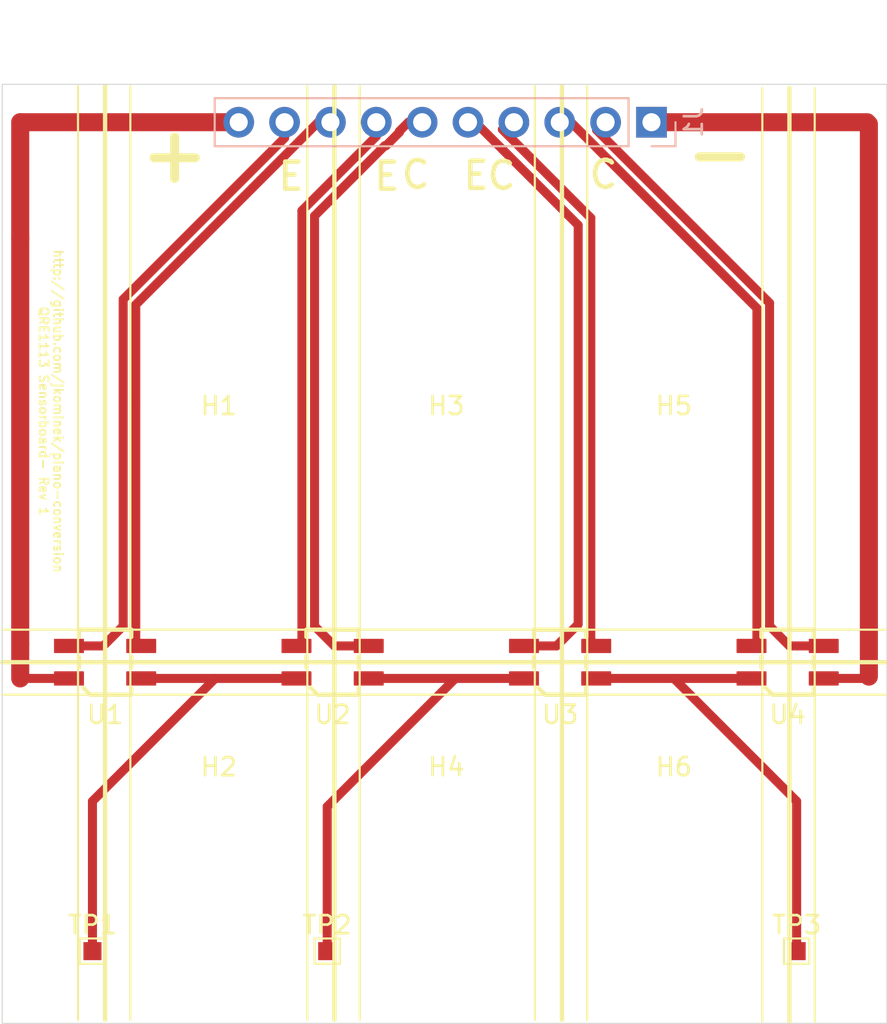
<source format=kicad_pcb>
(kicad_pcb (version 20211014) (generator pcbnew)
  (layers (0 "F.Cu" signal) (31 "B.Cu" signal) (34 "B.Paste" user) (35 "F.Paste" user) (36 "B.SilkS" user "B.Silkscreen") (37 "F.SilkS" user "F.Silkscreen") (38 "B.Mask" user) (39 "F.Mask" user) (44 "Edge.Cuts" user))
  (net 0 "")
  (net 1 "/NEG")
  (net 2 "/E4")
  (net 3 "/C4")
  (net 4 "/E3")
  (net 5 "/C3")
  (net 6 "/E2")
  (net 7 "/E1")
  (net 8 "/C1")
  (net 9 "/POS")
  (net 10 "Net-(TP1-Pad1)")
  (net 11 "Net-(TP2-Pad1)")
  (net 12 "Net-(TP3-Pad1)")
  (net 13 "Net-(U2-Pad3)")
  (footprint "OptoDevice:QRE1113GR" (layer "F.Cu") (at 119.7 92)
    (fp_text reference "U1" (at 0 2.9 unlocked) (layer "F.SilkS"))
    (fp_text value "QRE1113GR")
    (fp_line (start 1.45 1.8) (end -0.825 1.8) (layer "F.SilkS") (width 0.24))
    (fp_line (start -1.45 -1.8) (end -1.45 -1.4) (layer "F.SilkS") (width 0.24))
    (fp_line (start -1.45 -1.8) (end 1.45 -1.8) (layer "F.SilkS") (width 0.24))
    (fp_line (start 1.45 -1.8) (end 1.45 -1.4) (layer "F.SilkS") (width 0.24))
    (fp_line (start 1.45 -0.3) (end 1.45 0.3) (layer "F.SilkS") (width 0.24))
    (fp_line (start -1.45 -0.3) (end -1.45 0.3) (layer "F.SilkS") (width 0.24))
    (fp_line (start -0.825 1.8) (end -1.2 1.425) (layer "F.SilkS") (width 0.24))
    (fp_line (start 1.45 1.4) (end 1.45 1.8) (layer "F.SilkS") (width 0.24))
    (pad "1" smd roundrect (at -2 0.9) (size 1.66 0.79) (layers "F.Cu" "F.Paste" "F.Mask") (roundrect_rratio 0.05) (net 9 "/POS"))
    (pad "2" smd roundrect (at 2 0.9) (size 1.66 0.79) (layers "F.Cu" "F.Paste" "F.Mask") (roundrect_rratio 0.05) (net 10 "Net-(TP1-Pad1)"))
    (pad "3" smd roundrect (at 2 -0.9) (size 1.66 0.79) (layers "F.Cu" "F.Paste" "F.Mask") (roundrect_rratio 0.05) (net 8 "/C1"))
    (pad "4" smd roundrect (at -2 -0.9) (size 1.66 0.79) (layers "F.Cu" "F.Paste" "F.Mask") (roundrect_rratio 0.05) (net 7 "/E1"))
  )
  (footprint "TestPoint:TestPoint_Pad_1.0x1.0mm" (layer "F.Cu") (at 132 108)
    (fp_text reference "TP2" (at 0 -1.448) (layer "F.SilkS"))
    (fp_text value "TestPoint")
    (fp_line (start 0.7 0.7) (end -0.7 0.7) (layer "F.SilkS") (width 0.12))
    (fp_line (start -0.7 0.7) (end -0.7 -0.7) (layer "F.SilkS") (width 0.12))
    (fp_line (start 0.7 -0.7) (end 0.7 0.7) (layer "F.SilkS") (width 0.12))
    (fp_line (start -0.7 -0.7) (end 0.7 -0.7) (layer "F.SilkS") (width 0.12))
    (pad "1" smd rect locked (at 0 0) (size 1 1) (layers "F.Cu" "F.Mask") (net 11 "Net-(TP2-Pad1)"))
  )
  (footprint "Mounting_Holes:MountingHole_3.2mm_M3" (layer "F.Cu") (at 126 102)
    (fp_text reference "H2" (at 0 -4.2) (layer "F.SilkS"))
    (fp_text value "MountingHole")
    (pad "" np_thru_hole circle (at 0 0) (size 3.2 3.2) (drill 3.2) (layers *.Cu *.Mask))
  )
  (footprint "Mounting_Holes:MountingHole_3.2mm_M3" (layer "F.Cu") (at 151.2 102)
    (fp_text reference "H6" (at 0 -4.2) (layer "F.SilkS"))
    (fp_text value "MountingHole")
    (pad "" np_thru_hole circle (at 0 0) (size 3.2 3.2) (drill 3.2) (layers *.Cu *.Mask))
  )
  (footprint "OptoDevice:QRE1113GR" (layer "F.Cu") (at 144.9 92)
    (fp_text reference "U3" (at 0 2.9 unlocked) (layer "F.SilkS"))
    (fp_text value "QRE1113GR")
    (fp_line (start 1.45 -0.3) (end 1.45 0.3) (layer "F.SilkS") (width 0.24))
    (fp_line (start 1.45 1.4) (end 1.45 1.8) (layer "F.SilkS") (width 0.24))
    (fp_line (start -1.45 -1.8) (end -1.45 -1.4) (layer "F.SilkS") (width 0.24))
    (fp_line (start -0.825 1.8) (end -1.2 1.425) (layer "F.SilkS") (width 0.24))
    (fp_line (start 1.45 1.8) (end -0.825 1.8) (layer "F.SilkS") (width 0.24))
    (fp_line (start -1.45 -0.3) (end -1.45 0.3) (layer "F.SilkS") (width 0.24))
    (fp_line (start 1.45 -1.8) (end 1.45 -1.4) (layer "F.SilkS") (width 0.24))
    (fp_line (start -1.45 -1.8) (end 1.45 -1.8) (layer "F.SilkS") (width 0.24))
    (pad "1" smd roundrect (at -2 0.9) (size 1.66 0.79) (layers "F.Cu" "F.Paste" "F.Mask") (roundrect_rratio 0.05) (net 11 "Net-(TP2-Pad1)"))
    (pad "2" smd roundrect (at 2 0.9) (size 1.66 0.79) (layers "F.Cu" "F.Paste" "F.Mask") (roundrect_rratio 0.05) (net 12 "Net-(TP3-Pad1)"))
    (pad "3" smd roundrect (at 2 -0.9) (size 1.66 0.79) (layers "F.Cu" "F.Paste" "F.Mask") (roundrect_rratio 0.05) (net 5 "/C3"))
    (pad "4" smd roundrect (at -2 -0.9) (size 1.66 0.79) (layers "F.Cu" "F.Paste" "F.Mask") (roundrect_rratio 0.05) (net 4 "/E3"))
  )
  (footprint "Mounting_Holes:MountingHole_3.2mm_M3" (layer "F.Cu") (at 138.6 102)
    (fp_text reference "H4" (at 0 -4.2) (layer "F.SilkS"))
    (fp_text value "MountingHole")
    (pad "" np_thru_hole circle (at 0 0) (size 3.2 3.2) (drill 3.2) (layers *.Cu *.Mask))
  )
  (footprint "OptoDevice:QRE1113GR" (layer "F.Cu") (at 157.5 92)
    (fp_text reference "U4" (at 0 2.9 unlocked) (layer "F.SilkS"))
    (fp_text value "QRE1113GR")
    (fp_line (start -1.45 -1.8) (end 1.45 -1.8) (layer "F.SilkS") (width 0.24))
    (fp_line (start 1.45 1.4) (end 1.45 1.8) (layer "F.SilkS") (width 0.24))
    (fp_line (start 1.45 1.8) (end -0.825 1.8) (layer "F.SilkS") (width 0.24))
    (fp_line (start 1.45 -1.8) (end 1.45 -1.4) (layer "F.SilkS") (width 0.24))
    (fp_line (start -1.45 -1.8) (end -1.45 -1.4) (layer "F.SilkS") (width 0.24))
    (fp_line (start -1.45 -0.3) (end -1.45 0.3) (layer "F.SilkS") (width 0.24))
    (fp_line (start -0.825 1.8) (end -1.2 1.425) (layer "F.SilkS") (width 0.24))
    (fp_line (start 1.45 -0.3) (end 1.45 0.3) (layer "F.SilkS") (width 0.24))
    (pad "1" smd roundrect (at -2 0.9) (size 1.66 0.79) (layers "F.Cu" "F.Paste" "F.Mask") (roundrect_rratio 0.05) (net 12 "Net-(TP3-Pad1)"))
    (pad "2" smd roundrect (at 2 0.9) (size 1.66 0.79) (layers "F.Cu" "F.Paste" "F.Mask") (roundrect_rratio 0.05) (net 1 "/NEG"))
    (pad "3" smd roundrect (at 2 -0.9) (size 1.66 0.79) (layers "F.Cu" "F.Paste" "F.Mask") (roundrect_rratio 0.05) (net 3 "/C4"))
    (pad "4" smd roundrect (at -2 -0.9) (size 1.66 0.79) (layers "F.Cu" "F.Paste" "F.Mask") (roundrect_rratio 0.05) (net 2 "/E4"))
  )
  (footprint "TestPoint:TestPoint_Pad_1.0x1.0mm" (layer "F.Cu") (at 158 108)
    (fp_text reference "TP3" (at 0 -1.448) (layer "F.SilkS"))
    (fp_text value "TestPoint")
    (fp_line (start -0.7 0.7) (end -0.7 -0.7) (layer "F.SilkS") (width 0.12))
    (fp_line (start 0.7 -0.7) (end 0.7 0.7) (layer "F.SilkS") (width 0.12))
    (fp_line (start 0.7 0.7) (end -0.7 0.7) (layer "F.SilkS") (width 0.12))
    (fp_line (start -0.7 -0.7) (end 0.7 -0.7) (layer "F.SilkS") (width 0.12))
    (pad "1" smd rect locked (at 0 0) (size 1 1) (layers "F.Cu" "F.Mask") (net 12 "Net-(TP3-Pad1)"))
  )
  (footprint "TestPoint:TestPoint_Pad_1.0x1.0mm" (layer "F.Cu") (at 119 108)
    (fp_text reference "TP1" (at 0 -1.448) (layer "F.SilkS"))
    (fp_text value "TestPoint")
    (fp_line (start -0.7 -0.7) (end 0.7 -0.7) (layer "F.SilkS") (width 0.12))
    (fp_line (start -0.7 0.7) (end -0.7 -0.7) (layer "F.SilkS") (width 0.12))
    (fp_line (start 0.7 -0.7) (end 0.7 0.7) (layer "F.SilkS") (width 0.12))
    (fp_line (start 0.7 0.7) (end -0.7 0.7) (layer "F.SilkS") (width 0.12))
    (pad "1" smd rect locked (at 0 0) (size 1 1) (layers "F.Cu" "F.Mask") (net 10 "Net-(TP1-Pad1)"))
  )
  (footprint "Mounting_Holes:MountingHole_3.2mm_M3" (layer "F.Cu") (at 138.6 82)
    (fp_text reference "H3" (at 0 -4.2) (layer "F.SilkS"))
    (fp_text value "MountingHole")
    (pad "" np_thru_hole circle (at 0 0) (size 3.2 3.2) (drill 3.2) (layers *.Cu *.Mask))
  )
  (footprint "Mounting_Holes:MountingHole_3.2mm_M3" (layer "F.Cu") (at 151.2 82)
    (fp_text reference "H5" (at 0 -4.2) (layer "F.SilkS"))
    (fp_text value "MountingHole")
    (pad "" np_thru_hole circle (at 0 0) (size 3.2 3.2) (drill 3.2) (layers *.Cu *.Mask))
  )
  (footprint "OptoDevice:QRE1113GR" (layer "F.Cu") (at 132.3 92)
    (fp_text reference "U2" (at 0 2.9 unlocked) (layer "F.SilkS"))
    (fp_text value "QRE1113GR")
    (fp_line (start -1.45 -0.3) (end -1.45 0.3) (layer "F.SilkS") (width 0.24))
    (fp_line (start -1.45 -1.8) (end 1.45 -1.8) (layer "F.SilkS") (width 0.24))
    (fp_line (start 1.45 -0.3) (end 1.45 0.3) (layer "F.SilkS") (width 0.24))
    (fp_line (start 1.45 1.4) (end 1.45 1.8) (layer "F.SilkS") (width 0.24))
    (fp_line (start 1.45 -1.8) (end 1.45 -1.4) (layer "F.SilkS") (width 0.24))
    (fp_line (start -0.825 1.8) (end -1.2 1.425) (layer "F.SilkS") (width 0.24))
    (fp_line (start 1.45 1.8) (end -0.825 1.8) (layer "F.SilkS") (width 0.24))
    (fp_line (start -1.45 -1.8) (end -1.45 -1.4) (layer "F.SilkS") (width 0.24))
    (pad "1" smd roundrect (at -2 0.9) (size 1.66 0.79) (layers "F.Cu" "F.Paste" "F.Mask") (roundrect_rratio 0.05) (net 10 "Net-(TP1-Pad1)"))
    (pad "2" smd roundrect (at 2 0.9) (size 1.66 0.79) (layers "F.Cu" "F.Paste" "F.Mask") (roundrect_rratio 0.05) (net 11 "Net-(TP2-Pad1)"))
    (pad "3" smd roundrect (at 2 -0.9) (size 1.66 0.79) (layers "F.Cu" "F.Paste" "F.Mask") (roundrect_rratio 0.05) (net 13 "Net-(U2-Pad3)"))
    (pad "4" smd roundrect (at -2 -0.9) (size 1.66 0.79) (layers "F.Cu" "F.Paste" "F.Mask") (roundrect_rratio 0.05) (net 6 "/E2"))
  )
  (footprint "Mounting_Holes:MountingHole_3.2mm_M3" (layer "F.Cu") (at 126 82)
    (fp_text reference "H1" (at 0 -4.2) (layer "F.SilkS"))
    (fp_text value "MountingHole")
    (pad "" np_thru_hole circle (at 0 0) (size 3.2 3.2) (drill 3.2) (layers *.Cu *.Mask))
  )
  (footprint "Connector_PinHeader_2.54mm:PinHeader_1x10_P2.54mm_Vertical" (layer "B.Cu") (at 149.96 62.1 90)
    (fp_text reference "J1" (at 0 2.33 90) (layer "B.SilkS") (effects (justify mirror)))
    (fp_text value "Conn_01x10_Male")
    (fp_line (start -1.33 0) (end -1.33 1.33) (layer "B.SilkS") (width 0.12))
    (fp_line (start -1.33 -24.19) (end 1.33 -24.19) (layer "B.SilkS") (width 0.12))
    (fp_line (start -1.33 1.33) (end 0 1.33) (layer "B.SilkS") (width 0.12))
    (fp_line (start -1.33 -1.27) (end 1.33 -1.27) (layer "B.SilkS") (width 0.12))
    (fp_line (start -1.33 -1.27) (end -1.33 -24.19) (layer "B.SilkS") (width 0.12))
    (fp_line (start 1.33 -1.27) (end 1.33 -24.19) (layer "B.SilkS") (width 0.12))
    (pad "1" thru_hole rect (at 0 0 90) (size 1.7 1.7) (drill 1) (layers *.Cu *.Mask) (net 1 "/NEG"))
    (pad "2" thru_hole oval (at 0 -2.54 90) (size 1.7 1.7) (drill 1) (layers *.Cu *.Mask) (net 3 "/C4"))
    (pad "3" thru_hole oval (at 0 -5.08 90) (size 1.7 1.7) (drill 1) (layers *.Cu *.Mask) (net 2 "/E4"))
    (pad "4" thru_hole oval (at 0 -7.62 90) (size 1.7 1.7) (drill 1) (layers *.Cu *.Mask) (net 5 "/C3"))
    (pad "5" thru_hole oval (at 0 -10.16 90) (size 1.7 1.7) (drill 1) (layers *.Cu *.Mask) (net 4 "/E3"))
    (pad "6" thru_hole oval (at 0 -12.7 90) (size 1.7 1.7) (drill 1) (layers *.Cu *.Mask) (net 13 "Net-(U2-Pad3)"))
    (pad "7" thru_hole oval (at 0 -15.24 90) (size 1.7 1.7) (drill 1) (layers *.Cu *.Mask) (net 6 "/E2"))
    (pad "8" thru_hole oval (at 0 -17.78 90) (size 1.7 1.7) (drill 1) (layers *.Cu *.Mask) (net 8 "/C1"))
    (pad "9" thru_hole oval (at 0 -20.32 90) (size 1.7 1.7) (drill 1) (layers *.Cu *.Mask) (net 7 "/E1"))
    (pad "10" thru_hole oval (at 0 -22.86 90) (size 1.7 1.7) (drill 1) (layers *.Cu *.Mask) (net 9 "/POS"))
  )
  (gr_line (start 119.7 60.1) (end 119.7 111.8) (layer "F.SilkS") (width 0.24))
  (gr_line (start 159 60.2) (end 159 111.9) (layer "F.SilkS") (width 0.12))
  (gr_line (start 130.9 60.1) (end 130.9 111.8) (layer "F.SilkS") (width 0.12))
  (gr_line (start 121.1 60.1) (end 121.1 111.8) (layer "F.SilkS") (width 0.12))
  (gr_line (start 156.1 60.2) (end 156.1 111.9) (layer "F.SilkS") (width 0.12))
  (gr_line (start 162.9 90.2) (end 114 90.2) (layer "F.SilkS") (width 0.12))
  (gr_line (start 132.4 60.1) (end 132.4 111.8) (layer "F.SilkS") (width 0.24))
  (gr_line (start 145 60.1) (end 145 111.8) (layer "F.SilkS") (width 0.24))
  (gr_line (start 143.5 60.1) (end 143.5 111.8) (layer "F.SilkS") (width 0.12))
  (gr_line (start 133.8 60.1) (end 133.8 111.8) (layer "F.SilkS") (width 0.12))
  (gr_line (start 157.6 60.2) (end 157.6 111.9) (layer "F.SilkS") (width 0.24))
  (gr_line (start 118.2 60.1) (end 118.2 111.8) (layer "F.SilkS") (width 0.12))
  (gr_line (start 162.9 93.8) (end 114 93.8) (layer "F.SilkS") (width 0.12))
  (gr_line (start 162.9 92) (end 114 92) (layer "F.SilkS") (width 0.24))
  (gr_line (start 146.4 60.1) (end 146.4 111.8) (layer "F.SilkS") (width 0.12))
  (gr_rect (start 114 60) (end 163 112) (layer "Edge.Cuts") (width 0.05) (fill none))
  (gr_text "-" (at 153.75 63.8) (layer "F.SilkS") (effects (font (size 3 3) (thickness 0.5))))
  (gr_text "C" (at 141.65 65.05) (layer "F.SilkS") (effects (font (size 1.5 1.5) (thickness 0.25))))
  (gr_text "C" (at 136.9 65) (layer "F.SilkS") (effects (font (size 1.5 1.5) (thickness 0.25))))
  (gr_text "+" (at 123.55 63.85) (layer "F.SilkS") (effects (font (size 3 3) (thickness 0.5))))
  (gr_text "http://github.com/jkominek/piano-conversion\nQRE1113 Sensorboard- Rev 1" (at 116.7 78.1 -90) (layer "F.SilkS") (effects (font (size 0.5 0.5) (thickness 0.1))))
  (gr_text "E" (at 140.25 65.05) (layer "F.SilkS") (effects (font (size 1.5 1.5) (thickness 0.25))))
  (gr_text "E" (at 135.3 65.1) (layer "F.SilkS") (effects (font (size 1.5 1.5) (thickness 0.25))))
  (gr_text "C" (at 147.3 65) (layer "F.SilkS") (effects (font (size 1.5 1.5) (thickness 0.25))))
  (gr_text "E" (at 130 65.1) (layer "F.SilkS") (effects (font (size 1.5 1.5) (thickness 0.25))))
  (segment (start 162 62.2) (end 162 92.8) (width 1) (layer "F.Cu") (net 1))
  (segment (start 161.9 62.1) (end 162 62.2) (width 0.25) (layer "F.Cu") (net 1))
  (segment (start 149.96 62.1) (end 161.9 62.1) (width 1) (layer "F.Cu") (net 1))
  (segment (start 159.5 92.9) (end 161.9 92.9) (width 0.5) (layer "F.Cu") (net 1))
  (segment (start 161.9 92.9) (end 162 92.8) (width 0.5) (layer "F.Cu") (net 1))
  (segment (start 155.8 90.8) (end 155.5 91.1) (width 0.5) (layer "F.Cu") (net 2))
  (segment (start 155.8 72.4) (end 155.8 90.8) (width 0.5) (layer "F.Cu") (net 2))
  (segment (start 145.5 62.1) (end 155.8 72.4) (width 0.5) (layer "F.Cu") (net 2))
  (segment (start 144.88 62.1) (end 145.5 62.1) (width 0.5) (layer "F.Cu") (net 2))
  (segment (start 147.35 62.1) (end 147.42 62.1) (width 0.5) (layer "F.Cu") (net 3))
  (segment (start 156.49952 90) (end 156.49952 72.11025) (width 0.5) (layer "F.Cu") (net 3))
  (segment (start 157.59952 91.1) (end 156.49952 90) (width 0.5) (layer "F.Cu") (net 3))
  (segment (start 159.5 91.1) (end 157.59952 91.1) (width 0.5) (layer "F.Cu") (net 3))
  (segment (start 146.919635 62.530365) (end 147.35 62.1) (width 0.5) (layer "F.Cu") (net 3))
  (segment (start 156.49952 72.11025) (end 146.919635 62.530365) (width 0.5) (layer "F.Cu") (net 3))
  (segment (start 144.7 91.1) (end 142.9 91.1) (width 0.5) (layer "F.Cu") (net 4))
  (segment (start 139.8 62.1) (end 140.2 62.1) (width 0.5) (layer "F.Cu") (net 4))
  (segment (start 145.90048 67.80048) (end 145.90048 89.89952) (width 0.5) (layer "F.Cu") (net 4))
  (segment (start 140.2 62.1) (end 145.90048 67.80048) (width 0.5) (layer "F.Cu") (net 4))
  (segment (start 145.90048 89.89952) (end 144.7 91.1) (width 0.5) (layer "F.Cu") (net 4))
  (segment (start 146.6 67.4) (end 146.6 90.8) (width 0.5) (layer "F.Cu") (net 5))
  (segment (start 146.6 90.8) (end 146.9 91.1) (width 0.5) (layer "F.Cu") (net 5))
  (segment (start 141.7 62.5) (end 146.6 67.4) (width 0.5) (layer "F.Cu") (net 5))
  (segment (start 130.6 90.8) (end 130.6 67) (width 0.5) (layer "F.Cu") (net 6))
  (segment (start 134.72 62.88) (end 134.72 62.1) (width 0.5) (layer "F.Cu") (net 6))
  (segment (start 130.3 91.1) (end 130.6 90.8) (width 0.5) (layer "F.Cu") (net 6))
  (segment (start 130.6 67) (end 134.72 62.88) (width 0.5) (layer "F.Cu") (net 6))
  (segment (start 129.64 62.1) (end 129.64 62.97073) (width 0.5) (layer "F.Cu") (net 7))
  (segment (start 129.64 62.97073) (end 120.700481 71.910249) (width 0.5) (layer "F.Cu") (net 7))
  (segment (start 120.700481 89.999519) (end 119.6 91.1) (width 0.5) (layer "F.Cu") (net 7))
  (segment (start 120.700481 71.910249) (end 120.700481 89.999519) (width 0.5) (layer "F.Cu") (net 7))
  (segment (start 119.6 91.1) (end 117.7 91.1) (width 0.5) (layer "F.Cu") (net 7))
  (segment (start 132.18 62.1) (end 131.5 62.1) (width 0.5) (layer "F.Cu") (net 8))
  (segment (start 121.4 90.8) (end 121.7 91.1) (width 0.5) (layer "F.Cu") (net 8))
  (segment (start 121.4 77.52927) (end 121.4 90.8) (width 0.5) (layer "F.Cu") (net 8))
  (segment (start 131.5 62.1) (end 121.4 72.2) (width 0.5) (layer "F.Cu") (net 8))
  (segment (start 121.4 72.2) (end 121.4 77.52927) (width 0.5) (layer "F.Cu") (net 8))
  (segment (start 115 92.9) (end 117.7 92.9) (width 0.5) (layer "F.Cu") (net 9))
  (segment (start 115 62.1) (end 115 68.6) (width 1) (layer "F.Cu") (net 9))
  (segment (start 115 91) (end 115 92.9) (width 1) (layer "F.Cu") (net 9))
  (segment (start 115 91) (end 115 68.4) (width 1) (layer "F.Cu") (net 9))
  (segment (start 127.1 62.1) (end 115 62.1) (width 1) (layer "F.Cu") (net 9))
  (segment (start 119 108) (end 119 99.7) (width 0.5) (layer "F.Cu") (net 10))
  (segment (start 119 99.7) (end 125.8 92.9) (width 0.5) (layer "F.Cu") (net 10))
  (segment (start 121.7 92.9) (end 130.3 92.9) (width 0.5) (layer "F.Cu") (net 10))
  (segment (start 132 100) (end 139.1 92.9) (width 0.5) (layer "F.Cu") (net 11))
  (segment (start 132 108) (end 132 100) (width 0.5) (layer "F.Cu") (net 11))
  (segment (start 134.3 92.9) (end 142.9 92.9) (width 0.5) (layer "F.Cu") (net 11))
  (segment (start 158 108) (end 158 99.7) (width 0.5) (layer "F.Cu") (net 12))
  (segment (start 146.9 92.9) (end 155.5 92.9) (width 0.5) (layer "F.Cu") (net 12))
  (segment (start 158 99.7) (end 151.2 92.9) (width 0.5) (layer "F.Cu") (net 12))
  (segment (start 131.29952 90) (end 132.39952 91.1) (width 0.5) (layer "F.Cu") (net 13))
  (segment (start 135.189759 63.399511) (end 135.258276 63.399511) (width 0.5) (layer "F.Cu") (net 13))
  (segment (start 136.5 62.1) (end 137.26 62.1) (width 0.5) (layer "F.Cu") (net 13))
  (segment (start 135.189759 63.399511) (end 131.29952 67.28975) (width 0.5) (layer "F.Cu") (net 13))
  (segment (start 136 62.6) (end 136.5 62.1) (width 0.5) (layer "F.Cu") (net 13))
  (segment (start 132.39952 91.1) (end 134.3 91.1) (width 0.5) (layer "F.Cu") (net 13))
  (segment (start 135.258276 63.399511) (end 136 62.657787) (width 0.5) (layer "F.Cu") (net 13))
  (segment (start 136 62.657787) (end 136 62.6) (width 0.5) (layer "F.Cu") (net 13))
  (segment (start 131.29952 67.28975) (end 131.29952 90) (width 0.5) (layer "F.Cu") (net 13))
)
</source>
